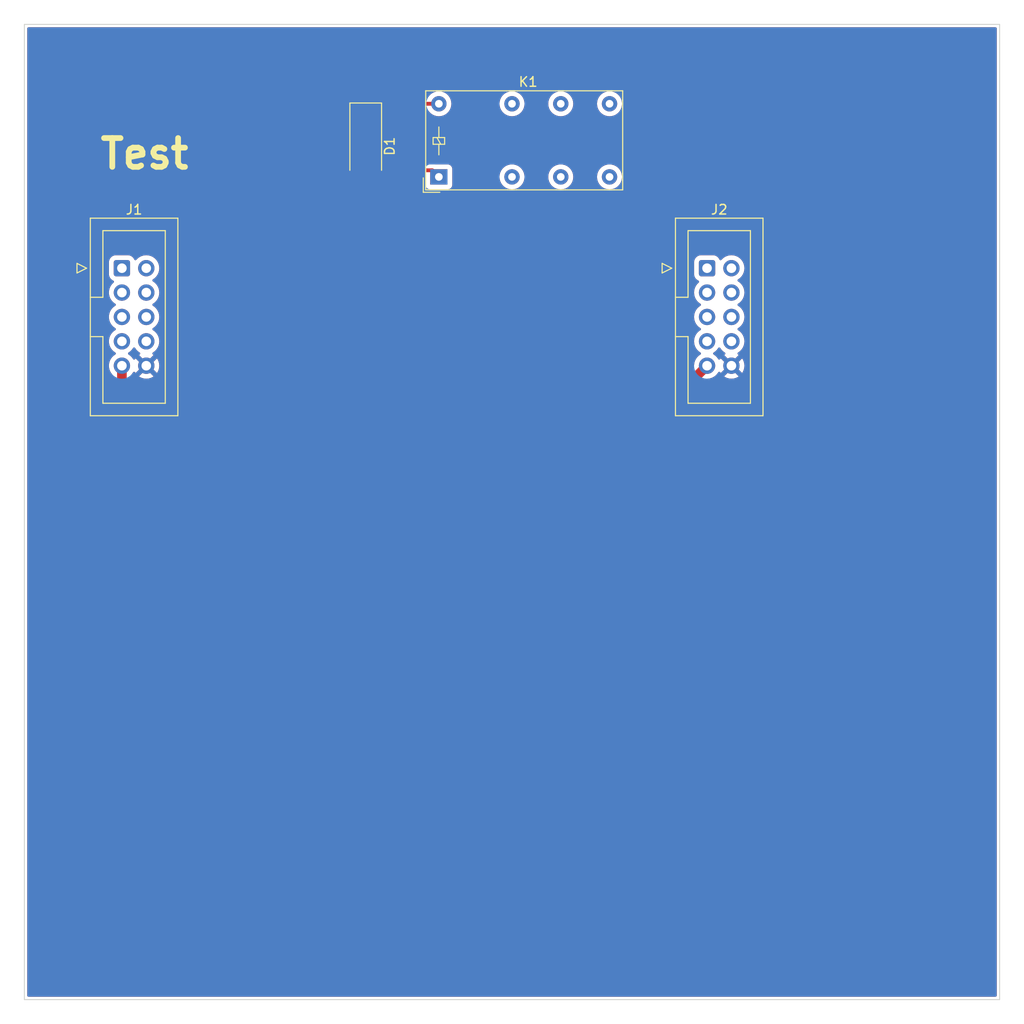
<source format=kicad_pcb>
(kicad_pcb (version 20221018) (generator pcbnew)
  (layers (0 "F.Cu" signal) (31 "B.Cu" signal) (34 "B.Paste" user) (35 "F.Paste" user) (36 "B.SilkS" user "B.Silkscreen") (37 "F.SilkS" user "F.Silkscreen") (38 "B.Mask" user) (39 "F.Mask" user) (44 "Edge.Cuts" user))
  (net 0 "")
  (net 15 "VCC")
  (net 16 "GND")
  (net 25 "Net-(D1-A1)")
  (net 26 "Net-(D1-A2)")
  (footprint "Connector_IDC:IDC-Header_2x05_P2.54mm_Vertical" (layer "F.Cu") (at 172.72 76.2)
    (fp_text reference "J2" (at 1.27 -6.1) (layer "F.SilkS"))
    (fp_text value "BHR-10-VUA" hide)
    (fp_line (start -4.68 -0.5) (end -4.68 0.5) (stroke (width 0.12)) (layer "F.SilkS"))
    (fp_line (start -4.68 0.5) (end -3.68 0) (stroke (width 0.12)) (layer "F.SilkS"))
    (fp_line (start -3.68 0) (end -4.68 -0.5) (stroke (width 0.12)) (layer "F.SilkS"))
    (fp_line (start -3.29 -5.21) (end 5.83 -5.21) (stroke (width 0.12)) (layer "F.SilkS"))
    (fp_line (start -3.29 3.03) (end -1.98 3.03) (stroke (width 0.12)) (layer "F.SilkS"))
    (fp_line (start -3.29 15.37) (end -3.29 -5.21) (stroke (width 0.12)) (layer "F.SilkS"))
    (fp_line (start -1.98 -3.91) (end 4.52 -3.91) (stroke (width 0.12)) (layer "F.SilkS"))
    (fp_line (start -1.98 3.03) (end -1.98 -3.91) (stroke (width 0.12)) (layer "F.SilkS"))
    (fp_line (start -1.98 7.13) (end -3.29 7.13) (stroke (width 0.12)) (layer "F.SilkS"))
    (fp_line (start -1.98 7.13) (end -1.98 7.13) (stroke (width 0.12)) (layer "F.SilkS"))
    (fp_line (start -1.98 14.07) (end -1.98 7.13) (stroke (width 0.12)) (layer "F.SilkS"))
    (fp_line (start 4.52 -3.91) (end 4.52 14.07) (stroke (width 0.12)) (layer "F.SilkS"))
    (fp_line (start 4.52 14.07) (end -1.98 14.07) (stroke (width 0.12)) (layer "F.SilkS"))
    (fp_line (start 5.83 -5.21) (end 5.83 15.37) (stroke (width 0.12)) (layer "F.SilkS"))
    (fp_line (start 5.83 15.37) (end -3.29 15.37) (stroke (width 0.12)) (layer "F.SilkS"))
    (pad "1" thru_hole roundrect (at 0 0) (size 1.7 1.7) (drill 1) (layers "*.Cu" "*.Mask") (roundrect_rratio 0.147059))
    (pad "2" thru_hole circle (at 2.54 0) (size 1.7 1.7) (drill 1) (layers "*.Cu" "*.Mask"))
    (pad "3" thru_hole circle (at 0 2.54) (size 1.7 1.7) (drill 1) (layers "*.Cu" "*.Mask"))
    (pad "4" thru_hole circle (at 2.54 2.54) (size 1.7 1.7) (drill 1) (layers "*.Cu" "*.Mask"))
    (pad "5" thru_hole circle (at 0 5.08) (size 1.7 1.7) (drill 1) (layers "*.Cu" "*.Mask"))
    (pad "6" thru_hole circle (at 2.54 5.08) (size 1.7 1.7) (drill 1) (layers "*.Cu" "*.Mask"))
    (pad "7" thru_hole circle (at 0 7.62) (size 1.7 1.7) (drill 1) (layers "*.Cu" "*.Mask"))
    (pad "8" thru_hole circle (at 2.54 7.62) (size 1.7 1.7) (drill 1) (layers "*.Cu" "*.Mask"))
    (pad "9" thru_hole circle (at 0 10.16) (size 1.7 1.7) (drill 1) (layers "*.Cu" "*.Mask") (net 15 "VCC"))
    (pad "10" thru_hole circle (at 2.54 10.16) (size 1.7 1.7) (drill 1) (layers "*.Cu" "*.Mask") (net 16 "GND"))
  )
  (footprint "Diode_SMD:D_SMA_Handsoldering" (layer "F.Cu") (at 137.16 63.5 -90)
    (fp_text reference "D1" (at 0 -2.5 90) (layer "F.SilkS"))
    (fp_text value "SMAJ14CA" hide)
    (fp_line (start -4.51 -1.65) (end -4.51 1.65) (stroke (width 0.12)) (layer "F.SilkS"))
    (fp_line (start -4.51 -1.65) (end 2.5 -1.65) (stroke (width 0.12)) (layer "F.SilkS"))
    (fp_line (start -4.51 1.65) (end 2.5 1.65) (stroke (width 0.12)) (layer "F.SilkS"))
    (pad "1" smd roundrect (at -2.5 0 270) (size 3.5 1.8) (layers "F.Cu" "F.Paste" "F.Mask") (roundrect_rratio 0.1388888889) (net 25 "Net-(D1-A1)"))
    (pad "2" smd roundrect (at 2.5 0 270) (size 3.5 1.8) (layers "F.Cu" "F.Paste" "F.Mask") (roundrect_rratio 0.1388888889) (net 26 "Net-(D1-A2)"))
  )
  (footprint "Relay_THT:Relay_DPDT_Finder_30.22" (layer "F.Cu") (at 144.78 66.69)
    (fp_text reference "K1" (at 9.3 -9.9) (layer "F.SilkS"))
    (fp_text value "J104D2C12VDC.15S" hide)
    (fp_line (start -1.62 1.6) (end -1.62 0.1) (stroke (width 0.12)) (layer "F.SilkS"))
    (fp_line (start -1.37 -8.97) (end 19.15 -8.97) (stroke (width 0.12)) (layer "F.SilkS"))
    (fp_line (start -1.37 1.35) (end -1.37 -8.97) (stroke (width 0.12)) (layer "F.SilkS"))
    (fp_line (start -0.6 -4.1) (end -0.6 -3.4) (stroke (width 0.12)) (layer "F.SilkS"))
    (fp_line (start -0.6 -3.4) (end 0.6 -3.4) (stroke (width 0.12)) (layer "F.SilkS"))
    (fp_line (start 0 -4.1) (end 0 -5.2) (stroke (width 0.12)) (layer "F.SilkS"))
    (fp_line (start 0 -3.4) (end 0 -2.3) (stroke (width 0.12)) (layer "F.SilkS"))
    (fp_line (start 0.1 1.6) (end -1.62 1.6) (stroke (width 0.12)) (layer "F.SilkS"))
    (fp_line (start 0.2 -3.4) (end -0.2 -4.1) (stroke (width 0.12)) (layer "F.SilkS"))
    (fp_line (start 0.6 -4.1) (end -0.6 -4.1) (stroke (width 0.12)) (layer "F.SilkS"))
    (fp_line (start 0.6 -3.4) (end 0.6 -4.1) (stroke (width 0.12)) (layer "F.SilkS"))
    (fp_line (start 19.15 -8.97) (end 19.15 1.35) (stroke (width 0.12)) (layer "F.SilkS"))
    (fp_line (start 19.15 1.35) (end -1.37 1.35) (stroke (width 0.12)) (layer "F.SilkS"))
    (pad "11" thru_hole circle (at 7.62 0 90) (size 1.6 1.6) (drill 0.8) (layers "*.Cu" "*.Mask"))
    (pad "12" thru_hole circle (at 12.7 0 90) (size 1.6 1.6) (drill 0.8) (layers "*.Cu" "*.Mask"))
    (pad "14" thru_hole circle (at 17.78 0 90) (size 1.6 1.6) (drill 0.8) (layers "*.Cu" "*.Mask"))
    (pad "21" thru_hole circle (at 7.62 -7.62 90) (size 1.6 1.6) (drill 0.8) (layers "*.Cu" "*.Mask"))
    (pad "22" thru_hole circle (at 12.7 -7.62 90) (size 1.6 1.6) (drill 0.8) (layers "*.Cu" "*.Mask"))
    (pad "24" thru_hole circle (at 17.78 -7.62 180) (size 1.6 1.6) (drill 0.8) (layers "*.Cu" "*.Mask"))
    (pad "A1" thru_hole rect (at 0 0 90) (size 1.6 1.8) (drill 0.8) (layers "*.Cu" "*.Mask") (net 26 "Net-(D1-A2)"))
    (pad "A2" thru_hole circle (at 0 -7.62 90) (size 1.6 1.6) (drill 0.8) (layers "*.Cu" "*.Mask") (net 25 "Net-(D1-A1)"))
  )
  (footprint "Connector_IDC:IDC-Header_2x05_P2.54mm_Vertical" (layer "F.Cu") (at 111.76 76.2)
    (fp_text reference "J1" (at 1.27 -6.1) (layer "F.SilkS"))
    (fp_text value "BHR-10-VUA" hide)
    (fp_line (start -4.68 -0.5) (end -4.68 0.5) (stroke (width 0.12)) (layer "F.SilkS"))
    (fp_line (start -4.68 0.5) (end -3.68 0) (stroke (width 0.12)) (layer "F.SilkS"))
    (fp_line (start -3.68 0) (end -4.68 -0.5) (stroke (width 0.12)) (layer "F.SilkS"))
    (fp_line (start -3.29 -5.21) (end 5.83 -5.21) (stroke (width 0.12)) (layer "F.SilkS"))
    (fp_line (start -3.29 3.03) (end -1.98 3.03) (stroke (width 0.12)) (layer "F.SilkS"))
    (fp_line (start -3.29 15.37) (end -3.29 -5.21) (stroke (width 0.12)) (layer "F.SilkS"))
    (fp_line (start -1.98 -3.91) (end 4.52 -3.91) (stroke (width 0.12)) (layer "F.SilkS"))
    (fp_line (start -1.98 3.03) (end -1.98 -3.91) (stroke (width 0.12)) (layer "F.SilkS"))
    (fp_line (start -1.98 7.13) (end -3.29 7.13) (stroke (width 0.12)) (layer "F.SilkS"))
    (fp_line (start -1.98 7.13) (end -1.98 7.13) (stroke (width 0.12)) (layer "F.SilkS"))
    (fp_line (start -1.98 14.07) (end -1.98 7.13) (stroke (width 0.12)) (layer "F.SilkS"))
    (fp_line (start 4.52 -3.91) (end 4.52 14.07) (stroke (width 0.12)) (layer "F.SilkS"))
    (fp_line (start 4.52 14.07) (end -1.98 14.07) (stroke (width 0.12)) (layer "F.SilkS"))
    (fp_line (start 5.83 -5.21) (end 5.83 15.37) (stroke (width 0.12)) (layer "F.SilkS"))
    (fp_line (start 5.83 15.37) (end -3.29 15.37) (stroke (width 0.12)) (layer "F.SilkS"))
    (pad "1" thru_hole roundrect (at 0 0) (size 1.7 1.7) (drill 1) (layers "*.Cu" "*.Mask") (roundrect_rratio 0.147059))
    (pad "2" thru_hole circle (at 2.54 0) (size 1.7 1.7) (drill 1) (layers "*.Cu" "*.Mask"))
    (pad "3" thru_hole circle (at 0 2.54) (size 1.7 1.7) (drill 1) (layers "*.Cu" "*.Mask"))
    (pad "4" thru_hole circle (at 2.54 2.54) (size 1.7 1.7) (drill 1) (layers "*.Cu" "*.Mask"))
    (pad "5" thru_hole circle (at 0 5.08) (size 1.7 1.7) (drill 1) (layers "*.Cu" "*.Mask"))
    (pad "6" thru_hole circle (at 2.54 5.08) (size 1.7 1.7) (drill 1) (layers "*.Cu" "*.Mask"))
    (pad "7" thru_hole circle (at 0 7.62) (size 1.7 1.7) (drill 1) (layers "*.Cu" "*.Mask"))
    (pad "8" thru_hole circle (at 2.54 7.62) (size 1.7 1.7) (drill 1) (layers "*.Cu" "*.Mask"))
    (pad "9" thru_hole circle (at 0 10.16) (size 1.7 1.7) (drill 1) (layers "*.Cu" "*.Mask") (net 15 "VCC"))
    (pad "10" thru_hole circle (at 2.54 10.16) (size 1.7 1.7) (drill 1) (layers "*.Cu" "*.Mask") (net 16 "GND"))
  )
  (gr_line (start 203.2 152.4) (end 101.6 152.4) (stroke (width 0.1)) (layer "Edge.Cuts"))
  (gr_line (start 101.6 50.8) (end 203.2 50.8) (stroke (width 0.1)) (layer "Edge.Cuts"))
  (gr_line (start 101.6 152.4) (end 101.6 50.8) (stroke (width 0.1)) (layer "Edge.Cuts"))
  (gr_line (start 203.2 50.8) (end 203.2 152.4) (stroke (width 0.1)) (layer "Edge.Cuts"))
  (gr_text "Test" (at 109.22 66.04) (layer "F.SilkS") (effects (font (size 3 3) (thickness 0.6) bold) (justify left bottom)))
  (segment (start 165.1 93.98) (end 172.72 86.36) (width 1) (layer "F.Cu") (net 15))
  (segment (start 111.76 86.36) (end 111.76 91.44) (width 1) (layer "F.Cu") (net 15))
  (segment (start 114.3 93.98) (end 165.1 93.98) (width 1) (layer "F.Cu") (net 15))
  (segment (start 111.76 91.44) (end 114.3 93.98) (width 1) (layer "F.Cu") (net 15))
  (segment (start 137.16 61) (end 139.09 59.07) (width 0.4) (layer "F.Cu") (net 25))
  (segment (start 139.09 59.07) (end 144.78 59.07) (width 0.4) (layer "F.Cu") (net 25))
  (segment (start 144.09 66) (end 144.78 66.69) (width 0.4) (layer "F.Cu") (net 26))
  (segment (start 137.16 66) (end 144.09 66) (width 0.4) (layer "F.Cu") (net 26))
  (zone (net 16) (net_name "GND") (layer "F.Cu") (connect_pads (clearance 0.5)) (min_thickness 0.25) (fill yes (thermal_gap 0.5) (thermal_bridge_width 0.5))
    (polygon (pts (xy 99.06 48.26) (xy 205.74 48.26) (xy 205.74 154.94) (xy 99.06 154.94)))
  )
  (zone (net 16) (net_name "GND") (layer "B.Cu") (priority 1) (connect_pads (clearance 0.5)) (min_thickness 0.25) (fill yes (thermal_gap 0.5) (thermal_bridge_width 0.5))
    (polygon (pts (xy 99.06 48.26) (xy 205.74 48.26) (xy 205.74 154.94) (xy 99.06 154.94)))
  )
)
</source>
